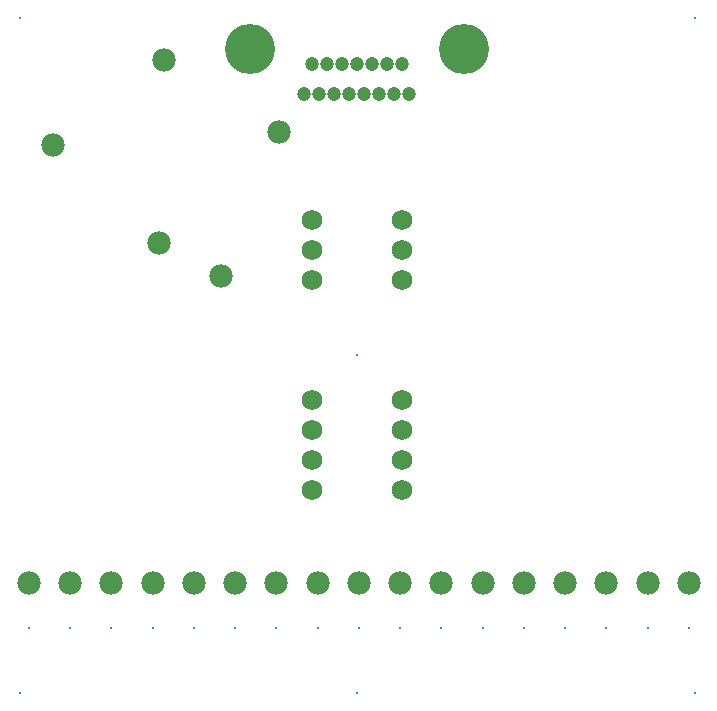
<source format=gbs>
G04*
G04 #@! TF.GenerationSoftware,Altium Limited,Altium Designer,24.2.2 (26)*
G04*
G04 Layer_Color=16711935*
%FSLAX44Y44*%
%MOMM*%
G71*
G04*
G04 #@! TF.SameCoordinates,32683A2E-CEC5-46B4-BDA2-C12D6267EED3*
G04*
G04*
G04 #@! TF.FilePolarity,Negative*
G04*
G01*
G75*
%ADD37C,1.2032*%
%ADD38C,4.2382*%
%ADD39C,1.9812*%
%ADD40C,0.2032*%
%ADD41C,1.7272*%
D37*
X44196Y221234D02*
D03*
X31496D02*
D03*
X18796D02*
D03*
X6096D02*
D03*
X-6604D02*
D03*
X-19304D02*
D03*
X-32004D02*
D03*
X-44704D02*
D03*
X37846Y246634D02*
D03*
X25146D02*
D03*
X12446D02*
D03*
X-254D02*
D03*
X-12954D02*
D03*
X-25654D02*
D03*
X-38354D02*
D03*
D38*
X90546Y259334D02*
D03*
X-91054D02*
D03*
D39*
X-66040Y189230D02*
D03*
X-163830Y250190D02*
D03*
X-257810Y177800D02*
D03*
X-167640Y95250D02*
D03*
X-115570Y67310D02*
D03*
X245745Y-193040D02*
D03*
X-138430D02*
D03*
X36195D02*
D03*
X1270D02*
D03*
X-103505D02*
D03*
X-278130D02*
D03*
X-208280D02*
D03*
X210820D02*
D03*
X106045D02*
D03*
X140970D02*
D03*
X280670D02*
D03*
X71120D02*
D03*
X-33655D02*
D03*
X-68580D02*
D03*
X-173355D02*
D03*
X175895D02*
D03*
X-243205D02*
D03*
D40*
X245745Y-231140D02*
D03*
X-138430D02*
D03*
X36195D02*
D03*
X1270D02*
D03*
X-103505D02*
D03*
X-278130D02*
D03*
X-208280D02*
D03*
X210820D02*
D03*
X106045D02*
D03*
X140970D02*
D03*
X280670D02*
D03*
X71120D02*
D03*
X-33655D02*
D03*
X-68580D02*
D03*
X-173355D02*
D03*
X175895D02*
D03*
X-243205D02*
D03*
X285750Y285750D02*
D03*
X0Y-285750D02*
D03*
X285750D02*
D03*
X-285750D02*
D03*
X0Y0D02*
D03*
X-285750Y285750D02*
D03*
D41*
X-38100Y114300D02*
D03*
Y88900D02*
D03*
Y63500D02*
D03*
Y-38100D02*
D03*
Y-63500D02*
D03*
Y-88900D02*
D03*
Y-114300D02*
D03*
X38100D02*
D03*
Y-88900D02*
D03*
Y-63500D02*
D03*
Y-38100D02*
D03*
Y63500D02*
D03*
Y88900D02*
D03*
Y114300D02*
D03*
M02*

</source>
